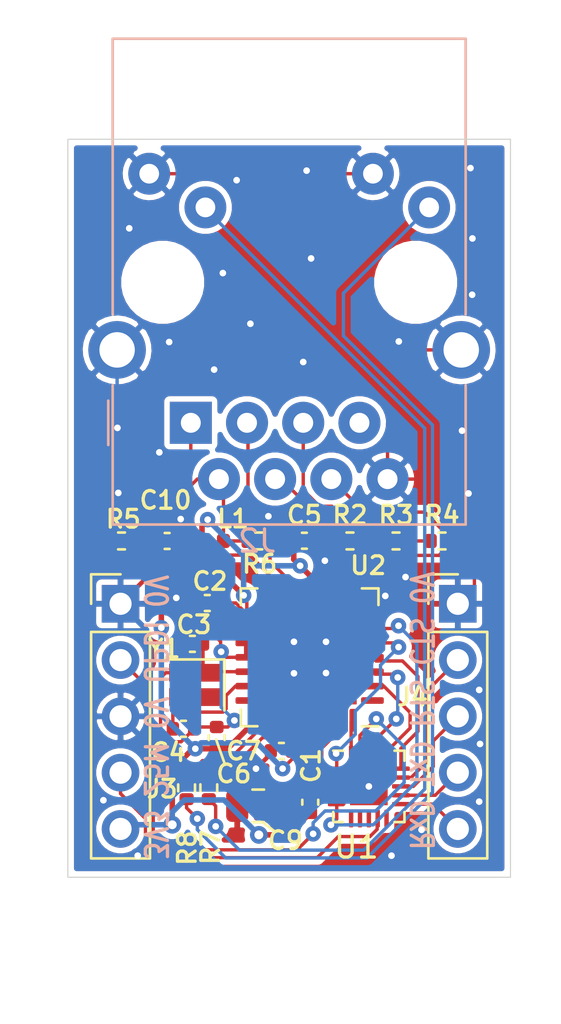
<source format=kicad_pcb>
(kicad_pcb (version 20221018) (generator pcbnew)
  (layers (0 "F.Cu" signal) (31 "B.Cu" signal) (34 "B.Paste" user) (35 "F.Paste" user) (36 "B.SilkS" user "B.Silkscreen") (37 "F.SilkS" user "F.Silkscreen") (38 "B.Mask" user) (39 "F.Mask" user) (44 "Edge.Cuts" user))
  (net 0 "")
  (net 1 "GND")
  (net 2 "+3V3")
  (net 3 "Net-(C3-Pad2)")
  (net 4 "Net-(C4-Pad2)")
  (net 5 "Net-(C9-Pad2)")
  (net 6 "/TCT")
  (net 7 "/UPDI")
  (net 8 "/LEDA")
  (net 9 "Net-(J2-PadL3)")
  (net 10 "/LEDB")
  (net 11 "Net-(J2-PadR7)")
  (net 12 "/Rx-")
  (net 13 "/RCT")
  (net 14 "/Rx+")
  (net 15 "/Tx-")
  (net 16 "/Tx+")
  (net 17 "Net-(R2-Pad2)")
  (net 18 "/SS")
  (net 19 "/MOSI")
  (net 20 "/MISO")
  (net 21 "/SCK")
  (net 22 "/EXT_CTS")
  (net 23 "/EXT_RTS")
  (net 24 "/EXT_TxD")
  (net 25 "/EXT_RxD")
  (net 26 "Net-(U1-Pad10)")
  (net 27 "/EXT_12.5MHz")
  (net 28 "Net-(U1-Pad8)")
  (net 29 "Net-(U1-Pad7)")
  (net 30 "Net-(U1-Pad6)")
  (net 31 "/RESET_ENC")
  (net 32 "/ENC_12.5MHz")
  (net 33 "/INT")
  (net 34 "Net-(U2-Pad1)")
  (net 35 "Net-(U1-Pad18)")
  (net 36 "Net-(J2-PadL1)")
  (footprint "Capacitor_SMD:C_0402_1005Metric" (layer "F.Cu") (at 129.6496 60.925 180)
    (fp_text reference "C2")
    (fp_text value "100n")
  )
  (footprint "Capacitor_SMD:C_0402_1005Metric" (layer "F.Cu") (at 128.5746 66.6 180)
    (fp_text reference "C4")
    (fp_text value "18p")
  )
  (footprint "Capacitor_SMD:C_0402_1005Metric" (layer "F.Cu") (at 134.036992 58.1152)
    (fp_text reference "C5")
    (fp_text value "100n")
  )
  (footprint "Capacitor_SMD:C_0402_1005Metric" (layer "F.Cu") (at 132.9996 67.6 180)
    (fp_text reference "C7")
    (fp_text value "100n")
  )
  (footprint "Resistor_SMD:R_0402_1005Metric" (layer "F.Cu") (at 136.09759 58.125)
    (fp_text reference "R2")
    (fp_text value "2k2 1%")
  )
  (footprint "Resistor_SMD:R_0402_1005Metric" (layer "F.Cu") (at 138.178188 58.125)
    (fp_text reference "R3")
    (fp_text value "49R9 1%")
  )
  (footprint "Resistor_SMD:R_0402_1005Metric" (layer "F.Cu") (at 140.258792 58.125)
    (fp_text reference "R4")
    (fp_text value "49R9 1%")
  )
  (footprint "Resistor_SMD:R_0402_1005Metric" (layer "F.Cu") (at 129.7178 69.2638 90)
    (fp_text reference "R7")
    (fp_text value "180")
  )
  (footprint "Crystal:Crystal_SMD_2016-4Pin_2.0x1.6mm" (layer "F.Cu") (at 129.074967 64.622083 180)
    (fp_text reference "Y1")
    (fp_text value "XRCGB25M000F0L00R0")
  )
  (footprint "Capacitor_SMD:C_0402_1005Metric" (layer "F.Cu") (at 128.976008 62.76792)
    (fp_text reference "C3")
    (fp_text value "18p")
  )
  (footprint "Capacitor_SMD:C_0402_1005Metric" (layer "F.Cu") (at 130.0746 67 90)
    (fp_text reference "C6")
    (fp_text value "100n")
  )
  (footprint "Connector_PinHeader_2.54mm:PinHeader_1x05_P2.54mm_Vertical" (layer "F.Cu") (at 125.73 60.96)
    (fp_text reference "J3")
    (fp_text value "Conn_01x05")
  )
  (footprint "Connector_PinHeader_2.54mm:PinHeader_1x05_P2.54mm_Vertical" (layer "F.Cu") (at 140.97 60.96)
    (fp_text reference "J4")
    (fp_text value "Conn_01x05")
  )
  (footprint "Package_DFN_QFN:VQFN-20-1EP_3x3mm_P0.4mm_EP1.7x1.7mm" (layer "F.Cu") (at 136.9496 69.2)
    (fp_text reference "U1")
    (fp_text value "ATtiny1606-M")
  )
  (footprint "Capacitor_SMD:C_0805_2012Metric" (layer "F.Cu") (at 131.953 70.0786)
    (fp_text reference "C9")
    (fp_text value "10u")
  )
  (footprint "Capacitor_SMD:C_0402_1005Metric" (layer "F.Cu") (at 134.3025 69.9135 90)
    (fp_text reference "C1")
    (fp_text value "100n")
  )
  (footprint "Resistor_SMD:R_0402_1005Metric" (layer "F.Cu") (at 131.976394 58.125 180)
    (fp_text reference "R6")
    (fp_text value "49R9 1%")
  )
  (footprint "Resistor_SMD:R_0402_1005Metric" (layer "F.Cu") (at 125.7746 58.125 180)
    (fp_text reference "R5")
    (fp_text value "49R9 1%")
  )
  (footprint "Inductor_SMD:L_0402_1005Metric" (layer "F.Cu") (at 129.895796 58.125)
    (fp_text reference "L1")
    (fp_text value "Ferrite")
  )
  (footprint "Capacitor_SMD:C_0402_1005Metric" (layer "F.Cu") (at 127.835198 58.125)
    (fp_text reference "C10")
    (fp_text value "100n")
  )
  (footprint "Package_DFN_QFN:QFN-28-1EP_6x6mm_P0.65mm_EP4.25x4.25mm" (layer "F.Cu") (at 134.2746 63.375 180)
    (fp_text reference "U2")
    (fp_text value "ENC28J60x-ML")
  )
  (footprint "Resistor_SMD:R_0402_1005Metric" (layer "F.Cu") (at 128.7145 69.2658 90)
    (fp_text reference "R8")
    (fp_text value "180")
  )
  (footprint "Connector_RJ:RJ45_Amphenol_RJMG1BD3B8K1ANR" (layer "B.Cu") (at 128.905 52.7939)
    (fp_text reference "J2")
    (fp_text value "J1B1211CCD")
  )
  (gr_line (start 132.1435 70.8025) (end 132.6642 71.2089) (stroke (width 0.12)) (layer "F.SilkS"))
  (gr_line (start 130.048 67.0814) (end 130.4544 68.2244) (stroke (width 0.12)) (layer "F.SilkS"))
  (gr_line (start 123.35 73.3) (end 123.35 40) (stroke (width 0.05)) (layer "Edge.Cuts"))
  (gr_line (start 143.35 73.3) (end 123.35 73.3) (stroke (width 0.05)) (layer "Edge.Cuts"))
  (gr_line (start 143.35 40) (end 143.35 73.3) (stroke (width 0.05)) (layer "Edge.Cuts"))
  (gr_line (start 143.35 40) (end 123.35 40) (stroke (width 0.05)) (layer "Edge.Cuts"))
  (gr_text "3V3 25M 0V UPDI 0V" (at 127.3048 66.0781 -90) (layer "B.SilkS") (effects (font (size 1 0.8)) (justify mirror)))
  (gr_text "RxD TxD RTS CTS 0V" (at 139.319 65.786 -90) (layer "B.SilkS") (effects (font (size 1 0.8)) (justify mirror)))
  (segment (start 128.315198 57.269902) (end 128.4478 57.1373) (width 0.1524) (layer "F.Cu") (net 1))
  (segment (start 130.0746 66.52) (end 130.579598 66.52) (width 0.1524) (layer "F.Cu") (net 1))
  (segment (start 128.521683 64.072083) (end 128.374967 64.072083) (width 0.1524) (layer "F.Cu") (net 1))
  (segment (start 133.6246 62.725) (end 134.2746 63.375) (width 0.2) (layer "F.Cu") (net 1))
  (segment (start 129.1696 60.925) (end 128.480177 60.925) (width 0.1524) (layer "F.Cu") (net 1))
  (segment (start 127.53839 66.942402) (end 127.53839 64.30626) (width 0.1524) (layer "F.Cu") (net 1))
  (segment (start 132.3246 60.5375) (end 132.3246 61.425) (width 0.2) (layer "F.Cu") (net 1))
  (segment (start 131.4371 63.375) (end 134.2746 63.375) (width 0.1524) (layer "F.Cu") (net 1))
  (segment (start 132.5196 67.6) (end 132.5196 67.73) (width 0.2) (layer "F.Cu") (net 1))
  (segment (start 134.536 69.2) (end 134.3025 69.4335) (width 0.2) (layer "F.Cu") (net 1))
  (segment (start 135.58759 58.39221) (end 134.9629 59.0169) (width 0.1524) (layer "F.Cu") (net 1))
  (segment (start 130.2512 63.098495) (end 130.27728 63.124575) (width 0.1524) (layer "F.Cu") (net 1))
  (segment (start 128.46839 67.18621) (end 127.782198 67.18621) (width 0.1524) (layer "F.Cu") (net 1))
  (segment (start 128.480177 60.925) (end 128.248477 60.6933) (width 0.1524) (layer "F.Cu") (net 1))
  (segment (start 130.2512 62.8396) (end 130.2512 63.2333) (width 0.1524) (layer "F.Cu") (net 1))
  (segment (start 134.516992 57.834392) (end 133.6929 57.0103) (width 0.2) (layer "F.Cu") (net 1))
  (segment (start 136.2246 61.425) (end 134.2746 63.375) (width 0.2) (layer "F.Cu") (net 1))
  (segment (start 137.795 52.8339) (end 141.125 49.5039) (width 0.1524) (layer "F.Cu") (net 1))
  (segment (start 133.6929 57.0103) (end 132.4102 57.0103) (width 0.2) (layer "F.Cu") (net 1))
  (segment (start 137.4648 72.8345) (end 137.9728 72.3265) (width 0.2) (layer "F.Cu") (net 1))
  (segment (start 127.0127 72.8345) (end 137.4648 72.8345) (width 0.2) (layer "F.Cu") (net 1))
  (segment (start 128.374967 62.888961) (end 128.496008 62.76792) (width 0.1524) (layer "F.Cu") (net 1))
  (segment (start 141.7193 57.4294) (end 139.6238 55.3339) (width 0.1524) (layer "F.Cu") (net 1))
  (segment (start 135.4996 69.2) (end 136.9496 69.2) (width 0.2) (layer "F.Cu") (net 1))
  (segment (start 130.579598 66.52) (end 130.874598 66.225) (width 0.1524) (layer "F.Cu") (net 1))
  (segment (start 127.53839 64.30626) (end 127.772567 64.072083) (width 0.1524) (layer "F.Cu") (net 1))
  (segment (start 127.782198 67.18621) (end 127.53839 66.942402) (width 0.1524) (layer "F.Cu") (net 1))
  (segment (start 129.76841 62.18171) (end 130.2512 62.6645) (width 0.1524) (layer "F.Cu") (net 1))
  (segment (start 135.6487 47.4853) (end 135.6487 43.0402) (width 0.1524) (layer "F.Cu") (net 1))
  (segment (start 129.774967 65.172083) (end 129.621683 65.172083) (width 0.1524) (layer "F.Cu") (net 1))
  (segment (start 139.6238 55.3339) (end 137.795 55.3339) (width 0.1524) (layer "F.Cu") (net 1))
  (segment (start 135.58759 58.125) (end 135.58759 58.39221) (width 0.1524) (layer "F.Cu") (net 1))
  (segment (start 132.3246 60.5375) (end 131.2612 59.4741) (width 0.2) (layer "F.Cu") (net 1))
  (segment (start 137.6673 49.5039) (end 135.6487 47.4853) (width 0.1524) (layer "F.Cu") (net 1))
  (segment (start 140.97 60.96) (end 138.049 60.96) (width 0.1524) (layer "F.Cu") (net 1))
  (segment (start 131.2612 59.4741) (end 127.2159 59.4741) (width 0.2) (layer "F.Cu") (net 1))
  (segment (start 134.516992 58.1152) (end 134.516992 57.834392) (width 0.2) (layer "F.Cu") (net 1))
  (segment (start 129.1346 66.52) (end 129.0546 66.6) (width 0.1524) (layer "F.Cu") (net 1))
  (segment (start 127.772567 64.072083) (end 128.374967 64.072083) (width 0.1524) (layer "F.Cu") (net 1))
  (segment (start 127.2159 59.4741) (end 125.73 60.96) (width 0.2) (layer "F.Cu") (net 1))
  (segment (start 134.9246 66.2125) (end 134.9246 64.025) (width 0.2) (layer "F.Cu") (net 1))
  (segment (start 134.9246 64.025) (end 134.2746 63.375) (width 0.2) (layer "F.Cu") (net 1))
  (segment (start 138.049 60.96) (end 137.6934 60.6044) (width 0.1524) (layer "F.Cu") (net 1))
  (segment (start 130.3929 63.375) (end 131.4371 63.375) (width 0.1524) (layer "F.Cu") (net 1))
  (segment (start 130.0746 66.52) (end 129.1346 66.52) (width 0.1524) (layer "F.Cu") (net 1))
  (segment (start 129.082218 62.18171) (end 129.76841 62.18171) (width 0.1524) (layer "F.Cu") (net 1))
  (segment (start 132.3246 61.425) (end 134.2746 63.375) (width 0.2) (layer "F.Cu") (net 1))
  (segment (start 131.003 70.0786) (end 131.003 69.2466) (width 0.2) (layer "F.Cu") (net 1))
  (segment (start 131.003 69.2466) (end 131.8496 68.4) (width 0.2) (layer "F.Cu") (net 1))
  (segment (start 137.1121 61.425) (end 136.2246 61.425) (width 0.2) (layer "F.Cu") (net 1))
  (segment (start 129.0546 66.6) (end 128.46839 67.18621) (width 0.1524) (layer "F.Cu") (net 1))
  (segment (start 131.4371 62.725) (end 133.6246 62.725) (width 0.2) (layer "F.Cu") (net 1))
  (segment (start 130.2512 62.6645) (end 130.2512 62.8396) (width 0.1524) (layer "F.Cu") (net 1))
  (segment (start 135.6487 43.0402) (end 137.135 41.5539) (width 0.1524) (layer "F.Cu") (net 1))
  (segment (start 129.621683 65.172083) (end 128.521683 64.072083) (width 0.1524) (layer "F.Cu") (net 1))
  (segment (start 128.374967 64.072083) (end 128.374967 62.888961) (width 0.1524) (layer "F.Cu") (net 1))
  (segment (start 127.025 41.5539) (end 137.135 41.5539) (width 0.1524) (layer "F.Cu") (net 1))
  (segment (start 128.315198 58.125) (end 128.315198 57.269902) (width 0.1524) (layer "F.Cu") (net 1))
  (segment (start 141.7193 60.2107) (end 141.7193 57.4294) (width 0.1524) (layer "F.Cu") (net 1))
  (segment (start 141.125 49.5039) (end 137.6673 49.5039) (width 0.1524) (layer "F.Cu") (net 1))
  (segment (start 137.795 55.3339) (end 137.795 52.8339) (width 0.1524) (layer "F.Cu") (net 1))
  (segment (start 128.496008 62.76792) (end 129.082218 62.18171) (width 0.1524) (layer "F.Cu") (net 1))
  (segment (start 130.2512 62.8396) (end 130.2512 63.098495) (width 0.1524) (layer "F.Cu") (net 1))
  (segment (start 135.4996 69.2) (end 134.536 69.2) (width 0.2) (layer "F.Cu") (net 1))
  (segment (start 130.2512 63.2333) (end 130.3929 63.375) (width 0.1524) (layer "F.Cu") (net 1))
  (segment (start 126.5047 72.3265) (end 127.0127 72.8345) (width 0.2) (layer "F.Cu") (net 1))
  (segment (start 140.97 60.96) (end 141.7193 60.2107) (width 0.1524) (layer "F.Cu") (net 1))
  (segment (start 132.5196 67.73) (end 131.8496 68.4) (width 0.2) (layer "F.Cu") (net 1))
  (via (at 125.5903 53.0225) (size 0.7) (drill 0.3) (layers "F.Cu" "B.Cu") (net 1))
  (via (at 127.4826 54.1274) (size 0.7) (drill 0.3) (layers "F.Cu" "B.Cu") (net 1))
  (via (at 127.9271 49.149) (size 0.7) (drill 0.3) (layers "F.Cu" "B.Cu") (net 1))
  (via (at 129.9591 50.3936) (size 0.7) (drill 0.3) (layers "F.Cu" "B.Cu") (net 1))
  (via (at 131.5974 48.3235) (size 0.7) (drill 0.3) (layers "F.Cu" "B.Cu") (net 1))
  (via (at 133.985 50.0507) (size 0.7) (drill 0.3) (layers "F.Cu" "B.Cu") (net 1))
  (via (at 138.303 49.1236) (size 0.7) (drill 0.3) (layers "F.Cu" "B.Cu") (net 1))
  (via (at 141.6177 47.0154) (size 0.7) (drill 0.3) (layers "F.Cu" "B.Cu") (net 1))
  (via (at 141.6304 44.4754) (size 0.7) (drill 0.3) (layers "F.Cu" "B.Cu") (net 1))
  (via (at 141.5415 41.3004) (size 0.7) (drill 0.3) (layers "F.Cu" "B.Cu") (net 1))
  (via (at 134.1374 41.4147) (size 0.7) (drill 0.3) (layers "F.Cu" "B.Cu") (net 1))
  (via (at 134.3406 45.3771) (size 0.7) (drill 0.3) (layers "F.Cu" "B.Cu") (net 1))
  (via (at 130.9751 41.8465) (size 0.7) (drill 0.3) (layers "F.Cu" "B.Cu") (net 1))
  (via (at 126.1237 44.0182) (size 0.7) (drill 0.3) (layers "F.Cu" "B.Cu") (net 1))
  (via (at 130.3528 46.0375) (size 0.7) (drill 0.3) (layers "F.Cu" "B.Cu") (net 1))
  (via (at 141.1605 53.1495) (size 0.7) (drill 0.3) (layers "F.Cu" "B.Cu") (net 1))
  (via (at 132.4102 57.0103) (size 0.7) (drill 0.3) (layers "F.Cu" "B.Cu") (net 1))
  (via (at 124.9553 69.8246) (size 0.7) (drill 0.3) (layers "F.Cu" "B.Cu") (net 1))
  (via (at 135.0137 62.6745) (size 0.7) (drill 0.3) (layers "F.Cu" "B.Cu") (net 1))
  (via (at 133.5659 62.6745) (size 0.7) (drill 0.3) (layers "F.Cu" "B.Cu") (net 1))
  (via (at 133.5659 64.0969) (size 0.7) (drill 0.3) (layers "F.Cu" "B.Cu") (net 1))
  (via (at 135.0137 64.0842) (size 0.7) (drill 0.3) (layers "F.Cu" "B.Cu") (net 1))
  (via (at 138.6078 59.7535) (size 0.7) (drill 0.3) (layers "F.Cu" "B.Cu") (net 1))
  (via (at 141.4526 55.9816) (size 0.7) (drill 0.3) (layers "F.Cu" "B.Cu") (net 1))
  (via (at 141.9352 64.8462) (size 0.7) (drill 0.3) (layers "F.Cu" "B.Cu") (net 1))
  (via (at 141.9352 69.8881) (size 0.7) (drill 0.3) (layers "F.Cu" "B.Cu") (net 1))
  (via (at 139.3317 71.1581) (size 0.7) (drill 0.3) (layers "F.Cu" "B.Cu") (net 1))
  (via (at 128.4478 57.1373) (size 0.7) (drill 0.3) (layers "F.Cu" "B.Cu") (net 1))
  (via (at 126.5047 72.3265) (size 0.7) (drill 0.3) (layers "F.Cu" "B.Cu") (net 1))
  (via (at 134.9629 59.0169) (size 0.7) (drill 0.3) (layers "F.Cu" "B.Cu") (net 1))
  (via (at 128.248477 60.6933) (size 0.7) (drill 0.3) (layers "F.Cu" "B.Cu") (net 1))
  (via (at 141.9733 67.2846) (size 0.7) (drill 0.3) (layers "F.Cu" "B.Cu") (net 1))
  (via (at 131.8496 68.4) (size 0.7) (drill 0.3) (layers "F.Cu" "B.Cu") (net 1))
  (via (at 130.27728 63.124575) (size 0.7) (drill 0.3) (layers "F.Cu" "B.Cu") (net 1))
  (via (at 130.874598 66.225) (size 0.7) (drill 0.3) (layers "F.Cu" "B.Cu") (net 1))
  (via (at 137.9728 72.3265) (size 0.7) (drill 0.3) (layers "F.Cu" "B.Cu") (net 1))
  (via (at 136.9496 69.2) (size 0.7) (drill 0.3) (layers "F.Cu" "B.Cu") (net 1))
  (via (at 125.6284 55.9562) (size 0.7) (drill 0.3) (layers "F.Cu" "B.Cu") (net 1))
  (via (at 137.6934 60.6044) (size 0.7) (drill 0.3) (layers "F.Cu" "B.Cu") (net 1))
  (segment (start 127.3175 60.96) (end 127.5842 60.6933) (width 0.1524) (layer "B.Cu") (net 1))
  (segment (start 125.575 54.2645) (end 125.575 49.5039) (width 0.1524) (layer "B.Cu") (net 1))
  (segment (start 136.7064 69.4432) (end 136.9496 69.2) (width 0.1524) (layer "B.Cu") (net 1))
  (segment (start 134.9629 59.9948) (end 134.9629 59.0169) (width 0.1524) (layer "B.Cu") (net 1))
  (segment (start 126.905001 64.864999) (end 126.905001 62.135001) (width 0.25) (layer "B.Cu") (net 1))
  (segment (start 132.8928 69.4432) (end 136.7064 69.4432) (width 0.1524) (layer "B.Cu") (net 1))
  (segment (start 128.4478 57.1373) (end 128.4478 60.493977) (width 0.1524) (layer "B.Cu") (net 1))
  (segment (start 130.27728 63.124575) (end 130.27728 65.627682) (width 0.1524) (layer "B.Cu") (net 1))
  (segment (start 128.4478 57.1373) (end 125.575 54.2645) (width 0.1524) (layer "B.Cu") (net 1))
  (segment (start 129.6946 68.4) (end 129.3114 68.7832) (width 0.25) (layer "B.Cu") (net 1))
  (segment (start 134.9629 58.2676) (end 134.9629 59.0169) (width 0.1524) (layer "B.Cu") (net 1))
  (segment (start 127.772535 61.415035) (end 136.882765 61.415035) (width 0.1524) (layer "B.Cu") (net 1))
  (segment (start 131.8496 68.4) (end 132.8928 69.4432) (width 0.1524) (layer "B.Cu") (net 1))
  (segment (start 128.4732 68.7832) (end 125.73 66.04) (width 0.25) (layer "B.Cu") (net 1))
  (segment (start 128.4478 60.493977) (end 128.248477 60.6933) (width 0.1524) (layer "B.Cu") (net 1))
  (segment (start 136.882765 61.415035) (end 137.6934 60.6044) (width 0.1524) (layer "B.Cu") (net 1))
  (segment (start 131.8496 68.4) (end 129.6946 68.4) (width 0.25) (layer "B.Cu") (net 1))
  (segment (start 135.5725 60.6044) (end 134.9629 59.9948) (width 0.1524) (layer "B.Cu") (net 1))
  (segment (start 133.9215 57.2262) (end 134.9629 58.2676) (width 0.1524) (layer "B.Cu") (net 1))
  (segment (start 125.73 66.04) (end 126.905001 64.864999) (width 0.25) (layer "B.Cu") (net 1))
  (segment (start 127.5842 60.6933) (end 128.248477 60.6933) (width 0.1524) (layer "B.Cu") (net 1))
  (segment (start 127.3175 60.96) (end 127.772535 61.415035) (width 0.1524) (layer "B.Cu") (net 1))
  (segment (start 126.905001 62.135001) (end 125.73 60.96) (width 0.25) (layer "B.Cu") (net 1))
  (segment (start 137.6934 60.6044) (end 135.5725 60.6044) (width 0.1524) (layer "B.Cu") (net 1))
  (segment (start 125.73 60.96) (end 127.3175 60.96) (width 0.1524) (layer "B.Cu") (net 1))
  (segment (start 130.27728 65.627682) (end 130.874598 66.225) (width 0.1524) (layer "B.Cu") (net 1))
  (segment (start 129.3114 68.7832) (end 128.4732 68.7832) (width 0.25) (layer "B.Cu") (net 1))
  (segment (start 135.4996 69.6) (end 135.034612 69.6) (width 0.1524) (layer "F.Cu") (net 2))
  (segment (start 133.4796 67.972055) (end 133.05399 68.397665) (width 0.1524) (layer "F.Cu") (net 2))
  (segment (start 130.054079 67.500521) (end 130.0746 67.48) (width 0.25) (layer "F.Cu") (net 2))
  (segment (start 134.3025 70.332112) (end 134.3025 70.3935) (width 0.1524) (layer "F.Cu") (net 2))
  (segment (start 134.2746 60.5375) (end 134.2746 59.6748) (width 0.25) (layer "F.Cu") (net 2))
  (segment (start 133.4796 67.6) (end 133.4796 67.972055) (width 0.1524) (layer "F.Cu") (net 2))
  (segment (start 133.6246 66.2125) (end 133.6246 67.455) (width 0.1524) (layer "F.Cu") (net 2))
  (segment (start 131.4371 60.7235) (end 131.2926 60.579) (width 0.1524) (layer "F.Cu") (net 2))
  (segment (start 131.4371 61.425) (end 131.3246 61.425) (width 0.1524) (layer "F.Cu") (net 2))
  (segment (start 133.556992 58.1152) (end 133.556992 58.957192) (width 0.25) (layer "F.Cu") (net 2))
  (segment (start 127.573467 62.041236) (end 127.573467 60.272233) (width 0.25) (layer "F.Cu") (net 2))
  (segment (start 134.3025 70.3935) (end 133.309221 71.386779) (width 0.25) (layer "F.Cu") (net 2))
  (segment (start 129.410796 58.125) (end 129.410796 57.418904) (width 0.25) (layer "F.Cu") (net 2))
  (segment (start 129.10978 67.500521) (end 130.054079 67.500521) (width 0.25) (layer "F.Cu") (net 2))
  (segment (start 128.0668 68.432946) (end 128.0668 70.9295) (width 0.25) (layer "F.Cu") (net 2))
  (segment (start 133.309221 71.386779) (end 132.544085 71.386779) (width 0.25) (layer "F.Cu") (net 2))
  (segment (start 128.999225 67.500521) (end 128.0668 68.432946) (width 0.25) (layer "F.Cu") (net 2))
  (segment (start 131.4371 61.425) (end 131.4371 60.7235) (width 0.1524) (layer "F.Cu") (net 2))
  (segment (start 130.581302 67.48) (end 131.84959 66.211714) (width 0.25) (layer "F.Cu") (net 2))
  (segment (start 131.84959 65.784992) (end 131.824599 65.760001) (width 0.25) (layer "F.Cu") (net 2))
  (segment (start 129.10978 67.500521) (end 128.999225 67.500521) (width 0.25) (layer "F.Cu") (net 2))
  (segment (start 135.034612 69.6) (end 134.3025 70.332112) (width 0.1524) (layer "F.Cu") (net 2))
  (segment (start 130.9371 60.925) (end 130.1296 60.925) (width 0.1524) (layer "F.Cu") (net 2))
  (segment (start 132.544085 71.386779) (end 131.9784 71.386779) (width 0.25) (layer "F.Cu") (net 2))
  (segment (start 131.4371 62.075) (end 131.4371 61.425) (width 0.1524) (layer "F.Cu") (net 2))
  (segment (start 131.84959 66.211714) (end 131.84959 65.784992) (width 0.25) (layer "F.Cu") (net 2))
  (segment (start 130.0746 67.48) (end 130.581302 67.48) (width 0.25) (layer "F.Cu") (net 2))
  (segment (start 134.2746 59.6748) (end 133.8453 59.2455) (width 0.25) (layer "F.Cu") (net 2))
  (segment (start 130.7084 59.9948) (end 131.2926 60.579) (width 0.25) (layer "F.Cu") (net 2))
  (segment (start 133.6246 67.455) (end 133.4796 67.6) (width 0.1524) (layer "F.Cu") (net 2))
  (segment (start 127.8509 59.9948) (end 130.7084 59.9948) (width 0.25) (layer "F.Cu") (net 2))
  (segment (start 127.573467 60.272233) (end 127.8509 59.9948) (width 0.25) (layer "F.Cu") (net 2))
  (segment (start 129.410796 57.418904) (end 129.667 57.1627) (width 0.25) (layer "F.Cu") (net 2))
  (segment (start 133.556992 58.957192) (end 133.8453 59.2455) (width 0.25) (layer "F.Cu") (net 2))
  (segment (start 131.824599 65.760001) (end 131.824599 65.325) (width 0.25) (layer "F.Cu") (net 2))
  (segment (start 131.4371 61.425) (end 130.9371 60.925) (width 0.1524) (layer "F.Cu") (net 2))
  (via (at 129.667 57.1627) (size 0.7) (drill 0.3) (layers "F.Cu" "B.Cu") (net 2))
  (via (at 133.05399 68.397665) (size 0.7) (drill 0.3) (layers "F.Cu" "B.Cu") (net 2))
  (via (at 133.8453 59.2455) (size 0.7) (drill 0.3) (layers "F.Cu" "B.Cu") (net 2))
  (via (at 127.573467 62.041236) (size 0.7) (drill 0.3) (layers "F.Cu" "B.Cu") (net 2))
  (via (at 129.10978 67.500521) (size 0.7) (drill 0.3) (layers "F.Cu" "B.Cu") (net 2))
  (via (at 128.0668 70.9295) (size 0.8) (drill 0.4) (layers "F.Cu" "B.Cu") (net 2))
  (via (at 131.2926 60.579) (size 0.7) (drill 0.3) (layers "F.Cu" "B.Cu") (net 2))
  (via (at 131.9784 71.386779) (size 0.8) (drill 0.4) (layers "F.Cu" "B.Cu") (net 2))
  (segment (start 133.05399 68.397665) (end 131.890125 67.2338) (width 0.25) (layer "B.Cu") (net 2))
  (segment (start 130.403521 69.8119) (end 131.9784 71.386779) (width 0.25) (layer "B.Cu") (net 2))
  (segment (start 128.0668 70.9295) (end 125.9205 70.9295) (width 0.25) (layer "B.Cu") (net 2))
  (segment (start 125.9205 70.9295) (end 125.73 71.12) (width 0.25) (layer "B.Cu") (net 2))
  (segment (start 131.890125 67.2338) (end 129.376501 67.2338) (width 0.25) (layer "B.Cu") (net 2))
  (segment (start 127.573467 62.041236) (end 127.573467 65.964208) (width 0.25) (layer "B.Cu") (net 2))
  (segment (start 128.0668 70.9295) (end 128.0668 70.363815) (width 0.25) (layer "B.Cu") (net 2))
  (segment (start 131.2926 58.7883) (end 129.667 57.1627) (width 0.25) (layer "B.Cu") (net 2))
  (segment (start 129.376501 67.2338) (end 129.10978 67.500521) (width 0.25) (layer "B.Cu") (net 2))
  (segment (start 127.573467 65.964208) (end 129.10978 67.500521) (width 0.25) (layer "B.Cu") (net 2))
  (segment (start 133.8453 59.2455) (end 131.7498 59.2455) (width 0.25) (layer "B.Cu") (net 2))
  (segment (start 131.7498 59.2455) (end 131.2926 58.7883) (width 0.25) (layer "B.Cu") (net 2))
  (segment (start 128.618715 69.8119) (end 130.403521 69.8119) (width 0.25) (layer "B.Cu") (net 2))
  (segment (start 131.2926 60.579) (end 131.2926 58.7883) (width 0.25) (layer "B.Cu") (net 2))
  (segment (start 128.0668 70.363815) (end 128.618715 69.8119) (width 0.25) (layer "B.Cu") (net 2))
  (segment (start 129.774967 64.072083) (end 129.456008 63.753124) (width 0.1524) (layer "F.Cu") (net 3))
  (segment (start 129.82205 64.025) (end 129.774967 64.072083) (width 0.1524) (layer "F.Cu") (net 3))
  (segment (start 129.456008 63.753124) (end 129.456008 62.76792) (width 0.1524) (layer "F.Cu") (net 3))
  (segment (start 131.4371 64.025) (end 129.82205 64.025) (width 0.1524) (layer "F.Cu") (net 3))
  (segment (start 130.501168 65.098432) (end 130.501168 65.696652) (width 0.1524) (layer "F.Cu") (net 4))
  (segment (start 128.0946 65.45245) (end 128.374967 65.172083) (width 0.1524) (layer "F.Cu") (net 4))
  (segment (start 130.501168 65.696652) (end 130.349536 65.848284) (width 0.1524) (layer "F.Cu") (net 4))
  (segment (start 128.0946 66.6) (end 128.0946 65.45245) (width 0.1524) (layer "F.Cu") (net 4))
  (segment (start 130.9246 64.675) (end 130.501168 65.098432) (width 0.1524) (layer "F.Cu") (net 4))
  (segment (start 130.349536 65.848284) (end 129.051168 65.848284) (width 0.1524) (layer "F.Cu") (net 4))
  (segment (start 131.4371 64.675) (end 130.9246 64.675) (width 0.1524) (layer "F.Cu") (net 4))
  (segment (start 129.051168 65.848284) (end 128.374967 65.172083) (width 0.1524) (layer "F.Cu") (net 4))
  (segment (start 132.903 70.0786) (end 133.6802 69.3014) (width 0.1524) (layer "F.Cu") (net 5))
  (segment (start 134.2746 68.1126) (end 134.2746 66.2125) (width 0.1524) (layer "F.Cu") (net 5))
  (segment (start 133.6802 69.3014) (end 133.6802 68.707) (width 0.1524) (layer "F.Cu") (net 5))
  (segment (start 133.6802 68.707) (end 134.2746 68.1126) (width 0.1524) (layer "F.Cu") (net 5))
  (segment (start 127.355198 57.175802) (end 129.1971 55.3339) (width 0.1524) (layer "F.Cu") (net 6))
  (segment (start 127.355198 58.125) (end 127.355198 57.175802) (width 0.1524) (layer "F.Cu") (net 6))
  (segment (start 130.380796 58.125) (end 130.380796 55.539696) (width 0.1524) (layer "F.Cu") (net 6))
  (segment (start 126.2846 58.125) (end 127.355198 58.125) (width 0.1524) (layer "F.Cu") (net 6))
  (segment (start 131.466394 58.125) (end 130.380796 58.125) (width 0.1524) (layer "F.Cu") (net 6))
  (segment (start 130.380796 55.539696) (end 130.175 55.3339) (width 0.1524) (layer "F.Cu") (net 6))
  (segment (start 129.1971 55.3339) (end 130.175 55.3339) (width 0.1524) (layer "F.Cu") (net 6))
  (segment (start 128.034973 72.062989) (end 133.709658 72.062989) (width 0.1524) (layer "F.Cu") (net 7))
  (segment (start 136.5496 66.896688) (end 137.287 66.159288) (width 0.1524) (layer "F.Cu") (net 7))
  (segment (start 125.73 63.5) (end 126.9492 64.7192) (width 0.1524) (layer "F.Cu") (net 7))
  (segment (start 136.5496 67.75) (end 136.5496 66.896688) (width 0.1524) (layer "F.Cu") (net 7))
  (segment (start 127.208612 71.236628) (end 128.034973 72.062989) (width 0.1524) (layer "F.Cu") (net 7))
  (segment (start 127.208611 70.433449) (end 127.208612 71.236628) (width 0.1524) (layer "F.Cu") (net 7))
  (segment (start 126.9492 64.7192) (end 126.9492 70.174038) (width 0.1524) (layer "F.Cu") (net 7))
  (segment (start 133.709658 72.062989) (end 134.432693 71.339954) (width 0.1524) (layer "F.Cu") (net 7))
  (segment (start 126.9492 70.174038) (end 127.208611 70.433449) (width 0.1524) (layer "F.Cu") (net 7))
  (segment (start 137.287 66.159288) (end 137.287 66.1543) (width 0.1524) (layer "F.Cu") (net 7))
  (via (at 134.432693 71.339954) (size 0.7) (drill 0.3) (layers "F.Cu" "B.Cu") (net 7))
  (via (at 137.287 66.1543) (size 0.7) (drill 0.3) (layers "F.Cu" "B.Cu") (net 7))
  (segment (start 134.432693 70.84498) (end 134.432693 71.339954) (width 0.1524) (layer "B.Cu") (net 7))
  (segment (start 137.260385 70.308415) (end 134.969258 70.308415) (width 0.1524) (layer "B.Cu") (net 7))
  (segment (start 138.5443 69.0245) (end 137.260385 70.308415) (width 0.1524) (layer "B.Cu") (net 7))
  (segment (start 134.969258 70.308415) (end 134.432693 70.84498) (width 0.1524) (layer "B.Cu") (net 7))
  (segment (start 138.5443 67.4116) (end 138.5443 69.0245) (width 0.1524) (layer "B.Cu") (net 7))
  (segment (start 137.287 66.1543) (end 138.5443 67.4116) (width 0.1524) (layer "B.Cu") (net 7))
  (segment (start 132.9746 66.2125) (end 132.9746 66.725) (width 0.1524) (layer "F.Cu") (net 8))
  (segment (start 130.757368 68.38862) (end 130.08298 68.38862) (width 0.1524) (layer "F.Cu") (net 8))
  (segment (start 130.08298 68.38862) (end 129.7178 68.7538) (width 0.1524) (layer "F.Cu") (net 8))
  (segment (start 132.69839 67.00121) (end 132.144778 67.00121) (width 0.1524) (layer "F.Cu") (net 8))
  (segment (start 132.144778 67.00121) (end 130.757368 68.38862) (width 0.1524) (layer "F.Cu") (net 8))
  (segment (start 132.9746 66.725) (end 132.69839 67.00121) (width 0.1524) (layer "F.Cu") (net 8))
  (segment (start 130.028539 70.084539) (end 130.028539 71.003548) (width 0.1524) (layer "F.Cu") (net 9))
  (segment (start 129.7178 69.7738) (end 130.028539 70.084539) (width 0.1524) (layer "F.Cu") (net 9))
  (via (at 130.028539 71.003548) (size 0.7) (drill 0.3) (layers "F.Cu" "B.Cu") (net 9))
  (segment (start 139.474589 69.323027) (end 136.722014 72.075602) (width 0.1524) (layer "B.Cu") (net 9))
  (segment (start 139.474589 53.041473) (end 139.474589 69.323027) (width 0.1524) (layer "B.Cu") (net 9))
  (segment (start 136.722014 72.075602) (end 131.100593 72.075602) (width 0.1524) (layer "B.Cu") (net 9))
  (segment (start 129.565 43.0739) (end 129.565 43.131884) (width 0.1524) (layer "B.Cu") (net 9))
  (segment (start 129.565 43.131884) (end 139.474589 53.041473) (width 0.1524) (layer "B.Cu") (net 9))
  (segment (start 131.100593 72.075602) (end 130.028539 71.003548) (width 0.1524) (layer "B.Cu") (net 9))
  (segment (start 130.59249 68.03621) (end 129.43409 68.03621) (width 0.1524) (layer "F.Cu") (net 10))
  (segment (start 129.43409 68.03621) (end 128.7145 68.7558) (width 0.1524) (layer "F.Cu") (net 10))
  (segment (start 132.3246 66.2125) (end 132.3246 66.3041) (width 0.1524) (layer "F.Cu") (net 10))
  (segment (start 132.3246 66.3041) (end 130.59249 68.03621) (width 0.1524) (layer "F.Cu") (net 10))
  (segment (start 136.745068 56.823968) (end 135.255 55.3339) (width 0.1524) (layer "F.Cu") (net 12))
  (segment (start 140.118192 58.7756) (end 140.768792 58.125) (width 0.1524) (layer "F.Cu") (net 12))
  (segment (start 136.2246 60.5375) (end 136.7038 60.0583) (width 0.1524) (layer "F.Cu") (net 12))
  (segment (start 136.7038 60.0583) (end 137.3251 60.0583) (width 0.1524) (layer "F.Cu") (net 12))
  (segment (start 139.46776 56.823968) (end 136.745068 56.823968) (width 0.1524) (layer "F.Cu") (net 12))
  (segment (start 140.768792 58.125) (end 139.46776 56.823968) (width 0.1524) (layer "F.Cu") (net 12))
  (segment (start 137.3251 60.0583) (end 138.6078 58.7756) (width 0.1524) (layer "F.Cu") (net 12))
  (segment (start 138.6078 58.7756) (end 140.118192 58.7756) (width 0.1524) (layer "F.Cu") (net 12))
  (segment (start 135.894014 57.176379) (end 135.277736 56.560101) (width 0.1524) (layer "F.Cu") (net 13))
  (segment (start 139.748792 58.125) (end 138.688188 58.125) (width 0.1524) (layer "F.Cu") (net 13))
  (segment (start 138.688188 58.125) (end 137.739567 57.176379) (width 0.1524) (layer "F.Cu") (net 13))
  (segment (start 133.985 55.826436) (end 133.985 52.7939) (width 0.1524) (layer "F.Cu") (net 13))
  (segment (start 134.718665 56.560101) (end 133.985 55.826436) (width 0.1524) (layer "F.Cu") (net 13))
  (segment (start 135.277736 56.560101) (end 134.718665 56.560101) (width 0.1524) (layer "F.Cu") (net 13))
  (segment (start 137.739567 57.176379) (end 135.894014 57.176379) (width 0.1524) (layer "F.Cu") (net 13))
  (segment (start 135.184739 57.52879) (end 132.989849 55.3339) (width 0.1524) (layer "F.Cu") (net 14))
  (segment (start 137.668188 58.125) (end 137.071978 57.52879) (width 0.1524) (layer "F.Cu") (net 14))
  (segment (start 135.5746 60.025) (end 135.935 59.6646) (width 0.1524) (layer "F.Cu") (net 14))
  (segment (start 135.935 59.6646) (end 136.8298 59.6646) (width 0.1524) (layer "F.Cu") (net 14))
  (segment (start 137.668188 58.826212) (end 137.668188 58.125) (width 0.1524) (layer "F.Cu") (net 14))
  (segment (start 136.8298 59.6646) (end 137.668188 58.826212) (width 0.1524) (layer "F.Cu") (net 14))
  (segment (start 132.989849 55.3339) (end 132.715 55.3339) (width 0.1524) (layer "F.Cu") (net 14))
  (segment (start 137.071978 57.52879) (end 135.184739 57.52879) (width 0.1524) (layer "F.Cu") (net 14))
  (segment (start 135.5746 60.5375) (end 135.5746 60.025) (width 0.1524) (layer "F.Cu") (net 14))
  (segment (start 131.488799 52.837699) (end 131.445 52.7939) (width 0.1524) (layer "F.Cu") (net 15))
  (segment (start 131.488799 57.127405) (end 131.488799 52.837699) (width 0.1524) (layer "F.Cu") (net 15))
  (segment (start 132.486394 58.125) (end 131.488799 57.127405) (width 0.1524) (layer "F.Cu") (net 15))
  (segment (start 132.486394 59.040106) (end 133.6246 60.178312) (width 0.1524) (layer "F.Cu") (net 15))
  (segment (start 132.486394 58.125) (end 132.486394 59.040106) (width 0.1524) (layer "F.Cu") (net 15))
  (segment (start 133.6246 60.178312) (end 133.6246 60.5375) (width 0.1524) (layer "F.Cu") (net 15))
  (segment (start 128.905 54.3306) (end 128.905 52.7939) (width 0.1524) (layer "F.Cu") (net 16))
  (segment (start 131.559188 58.7629) (end 125.9025 58.7629) (width 0.1524) (layer "F.Cu") (net 16))
  (segment (start 132.9746 60.5375) (end 132.9746 60.178312) (width 0.1524) (layer "F.Cu") (net 16))
  (segment (start 125.9025 58.7629) (end 125.2646 58.125) (width 0.1524) (layer "F.Cu") (net 16))
  (segment (start 125.2646 57.971) (end 128.905 54.3306) (width 0.1524) (layer "F.Cu") (net 16))
  (segment (start 125.2646 58.125) (end 125.2646 57.971) (width 0.1524) (layer "F.Cu") (net 16))
  (segment (start 132.9746 60.178312) (end 131.559188 58.7629) (width 0.1524) (layer "F.Cu") (net 16))
  (segment (start 134.9246 60.5375) (end 134.9246 60.025) (width 0.1524) (layer "F.Cu") (net 17))
  (segment (start 134.9246 60.025) (end 135.7168 59.2328) (width 0.1524) (layer "F.Cu") (net 17))
  (segment (start 136.60759 58.79461) (end 136.60759 58.125) (width 0.1524) (layer "F.Cu") (net 17))
  (segment (start 135.7168 59.2328) (end 136.1694 59.2328) (width 0.1524) (layer "F.Cu") (net 17))
  (segment (start 136.1694 59.2328) (end 136.60759 58.79461) (width 0.1524) (layer "F.Cu") (net 17))
  (segment (start 135.4996 67.7451) (end 135.4709 67.7164) (width 0.1524) (layer "F.Cu") (net 18))
  (segment (start 135.4996 68.4) (end 135.4996 67.7451) (width 0.1524) (layer "F.Cu") (net 18))
  (segment (start 137.1121 62.725) (end 138.102675 62.725) (width 0.1524) (layer "F.Cu") (net 18))
  (segment (start 138.102675 62.725) (end 138.291716 62.914041) (width 0.1524) (layer "F.Cu") (net 18))
  (via (at 135.4709 67.7164) (size 0.7) (drill 0.3) (layers "F.Cu" "B.Cu") (net 18))
  (via (at 138.291716 62.914041) (size 0.7) (drill 0.3) (layers "F.Cu" "B.Cu") (net 18))
  (segment (start 135.4709 67.7164) (end 136.3345 66.8528) (width 0.1524) (layer "B.Cu") (net 18))
  (segment (start 136.3345 66.8528) (end 136.3345 65.8114) (width 0.1524) (layer "B.Cu") (net 18))
  (segment (start 137.4775 64.6684) (end 137.4775 63.728257) (width 0.1524) (layer "B.Cu") (net 18))
  (segment (start 137.4775 63.728257) (end 138.291716 62.914041) (width 0.1524) (layer "B.Cu") (net 18))
  (segment (start 136.3345 65.8114) (end 137.4775 64.6684) (width 0.1524) (layer "B.Cu") (net 18))
  (segment (start 137.3496 66.9934) (end 138.1887 66.1543) (width 0.1524) (layer "F.Cu") (net 19))
  (segment (start 137.2235 64.135) (end 138.106438 64.135) (width 0.1524) (layer "F.Cu") (net 19))
  (segment (start 137.3496 67.75) (end 137.3496 66.9934) (width 0.1524) (layer "F.Cu") (net 19))
  (segment (start 138.106438 64.135) (end 138.255519 64.284081) (width 0.1524) (layer "F.Cu") (net 19))
  (via (at 138.255519 64.284081) (size 0.7) (drill 0.3) (layers "F.Cu" "B.Cu") (net 19))
  (via (at 138.1887 66.1543) (size 0.7) (drill 0.3) (layers "F.Cu" "B.Cu") (net 19))
  (segment (start 138.255519 66.087481) (end 138.1887 66.1543) (width 0.1524) (layer "B.Cu") (net 19))
  (segment (start 138.255519 64.284081) (end 138.255519 66.087481) (width 0.1524) (layer "B.Cu") (net 19))
  (segment (start 137.7496 67.75) (end 137.7496 67.63448) (width 0.1524) (layer "F.Cu") (net 20))
  (segment (start 138.814902 65.865302) (end 137.6246 64.675) (width 0.1524) (layer "F.Cu") (net 20))
  (segment (start 137.6246 64.675) (end 137.1121 64.675) (width 0.1524) (layer "F.Cu") (net 20))
  (segment (start 138.814902 66.569178) (end 138.814902 65.865302) (width 0.1524) (layer "F.Cu") (net 20))
  (segment (start 137.7496 67.63448) (end 138.814902 66.569178) (width 0.1524) (layer "F.Cu") (net 20))
  (segment (start 139.167313 66.715151) (end 139.167313 64.237635) (width 0.1524) (layer "F.Cu") (net 21))
  (segment (start 138.3996 68.4) (end 138.3996 67.482864) (width 0.1524) (layer "F.Cu") (net 21))
  (segment (start 138.3996 67.482864) (end 139.167313 66.715151) (width 0.1524) (layer "F.Cu") (net 21))
  (segment (start 139.167313 64.237635) (end 138.469921 63.540243) (width 0.1524) (layer "F.Cu") (net 21))
  (segment (start 138.469921 63.540243) (end 137.277343 63.540243) (width 0.1524) (layer "F.Cu") (net 21))
  (segment (start 137.277343 63.540243) (end 137.1121 63.375) (width 0.1524) (layer "F.Cu") (net 21))
  (segment (start 139.507023 66.873825) (end 139.519723 66.861123) (width 0.1524) (layer "F.Cu") (net 22))
  (segment (start 139.519723 66.861123) (end 139.519723 64.950277) (width 0.1524) (layer "F.Cu") (net 22))
  (segment (start 138.3996 68.8) (end 138.860932 68.8) (width 0.1524) (layer "F.Cu") (net 22))
  (segment (start 139.507023 68.153909) (end 139.507023 66.873825) (width 0.1524) (layer "F.Cu") (net 22))
  (segment (start 139.519723 64.950277) (end 140.97 63.5) (width 0.1524) (layer "F.Cu") (net 22))
  (segment (start 138.860932 68.8) (end 139.507023 68.153909) (width 0.1524) (layer "F.Cu") (net 22))
  (segment (start 139.859432 67.150565) (end 140.97 66.04) (width 0.1524) (layer "F.Cu") (net 23))
  (segment (start 138.959316 69.2) (end 139.859432 68.299884) (width 0.1524) (layer "F.Cu") (net 23))
  (segment (start 139.859432 68.299884) (end 139.859432 67.150565) (width 0.1524) (layer "F.Cu") (net 23))
  (segment (start 138.3996 69.2) (end 138.959316 69.2) (width 0.1524) (layer "F.Cu") (net 23))
  (segment (start 138.3996 69.6) (end 139.95 69.6) (width 0.1524) (layer "F.Cu") (net 24))
  (segment (start 139.95 69.6) (end 140.97 68.58) (width 0.1524) (layer "F.Cu") (net 24))
  (segment (start 138.3996 70) (end 139.85 70) (width 0.1524) (layer "F.Cu") (net 25))
  (segment (start 139.85 70) (end 140.97 71.12) (width 0.1524) (layer "F.Cu") (net 25))
  (segment (start 126.856201 70.652169) (end 125.73 69.525968) (width 0.1524) (layer "F.Cu") (net 27))
  (segment (start 127.635 72.4154) (end 126.856201 71.636601) (width 0.1524) (layer "F.Cu") (net 27))
  (segment (start 137.32581 71.135122) (end 136.998032 71.4629) (width 0.1524) (layer "F.Cu") (net 27))
  (segment (start 135.5725 71.4629) (end 134.62 72.4154) (width 0.1524) (layer "F.Cu") (net 27))
  (segment (start 126.856201 71.636601) (end 126.856201 70.652169) (width 0.1524) (layer "F.Cu") (net 27))
  (segment (start 136.998032 71.4629) (end 135.5725 71.4629) (width 0.1524) (layer "F.Cu") (net 27))
  (segment (start 137.3496 70.65) (end 137.32581 70.65) (width 0.1524) (layer "F.Cu") (net 27))
  (segment (start 125.73 69.525968) (end 125.73 68.58) (width 0.1524) (layer "F.Cu") (net 27))
  (segment (start 134.62 72.4154) (end 127.635 72.4154) (width 0.1524) (layer "F.Cu") (net 27))
  (segment (start 137.32581 70.65) (end 137.32581 71.135122) (width 0.1524) (layer "F.Cu") (net 27))
  (segment (start 135.4996 70.671278) (end 135.236262 70.934616) (width 0.1524) (layer "F.Cu") (net 31))
  (segment (start 135.4996 70) (end 135.4996 70.671278) (width 0.1524) (layer "F.Cu") (net 31))
  (segment (start 137.1121 62.075) (end 138.1659 62.075) (width 0.1524) (layer "F.Cu") (net 31))
  (segment (start 138.1659 62.075) (end 138.2903 61.9506) (width 0.1524) (layer "F.Cu") (net 31))
  (via (at 135.236262 70.934616) (size 0.7) (drill 0.3) (layers "F.Cu" "B.Cu") (net 31))
  (via (at 138.2903 61.9506) (size 0.7) (drill 0.3) (layers "F.Cu" "B.Cu") (net 31))
  (segment (start 139.122178 68.961004) (end 137.148566 70.934616) (width 0.1524) (layer "B.Cu") (net 31))
  (segment (start 137.148566 70.934616) (end 135.236262 70.934616) (width 0.1524) (layer "B.Cu") (net 31))
  (segment (start 138.2903 61.9506) (end 139.122178 62.782478) (width 0.1524) (layer "B.Cu") (net 31))
  (segment (start 139.122178 62.782478) (end 139.122178 68.961004) (width 0.1524) (layer "B.Cu") (net 31))
  (segment (start 135.5746 66.2125) (end 135.5746 66.725) (width 0.1524) (layer "F.Cu") (net 32))
  (segment (start 135.5746 66.725) (end 134.82339 67.47621) (width 0.1524) (layer "F.Cu") (net 32))
  (segment (start 134.82339 68.585122) (end 135.038268 68.8) (width 0.1524) (layer "F.Cu") (net 32))
  (segment (start 134.82339 67.47621) (end 134.82339 68.585122) (width 0.1524) (layer "F.Cu") (net 32))
  (segment (start 135.038268 68.8) (end 135.4996 68.8) (width 0.1524) (layer "F.Cu") (net 32))
  (segment (start 136.1496 66.2875) (end 136.2246 66.2125) (width 0.1524) (layer "F.Cu") (net 33))
  (segment (start 136.1496 67.75) (end 136.1496 66.2875) (width 0.1524) (layer "F.Cu") (net 33))
  (segment (start 128.7145 70.169894) (end 129.19901 70.654404) (width 0.1524) (layer "F.Cu") (net 36))
  (segment (start 128.7145 69.7758) (end 128.7145 70.169894) (width 0.1524) (layer "F.Cu") (net 36))
  (via (at 129.19901 70.654404) (size 0.7) (drill 0.3) (layers "F.Cu" "B.Cu") (net 36))
  (segment (start 139.826999 69.469001) (end 136.867988 72.428012) (width 0.1524) (layer "B.Cu") (net 36))
  (segment (start 139.827 52.8955) (end 139.826999 69.469001) (width 0.1524) (layer "B.Cu") (net 36))
  (segment (start 135.8011 48.8696) (end 139.827 52.8955) (width 0.1524) (layer "B.Cu") (net 36))
  (segment (start 130.477644 72.428012) (end 129.19901 71.149378) (width 0.1524) (layer "B.Cu") (net 36))
  (segment (start 135.8011 46.9478) (end 135.8011 48.8696) (width 0.1524) (layer "B.Cu") (net 36))
  (segment (start 129.19901 71.149378) (end 129.19901 70.654404) (width 0.1524) (layer "B.Cu") (net 36))
  (segment (start 139.675 43.0739) (end 135.8011 46.9478) (width 0.1524) (layer "B.Cu") (net 36))
  (segment (start 136.867988 72.428012) (end 130.477644 72.428012) (width 0.1524) (layer "B.Cu") (net 36))
  (zone (net 1) (net_name "GND") (layer "F.Cu") (connect_pads (clearance 0.25)) (min_thickness 0.25) (fill yes (thermal_gap 0.25) (thermal_bridge_width 0.26))
    (polygon (pts (xy 143.4338 79.9369) (xy 122.7588 79.9369) (xy 122.7588 38.0619) (xy 143.4338 38.0619)))
  )
  (zone (net 0) (net_name "") (layer "F.Cu") (connect_pads (clearance 0)) (min_thickness 0.25)
    (keepout (tracks allowed) (vias allowed) (pads allowed) (copperpour not_allowed) (footprints allowed))
    (fill (thermal_gap 0.25) (thermal_bridge_width 0.26))
    (polygon (pts (xy 130.7211 61.2902) (xy 130.6957 63.2079) (xy 131.3942 66.421) (xy 130.3782 66.929) (xy 128.8669 66.9544) (xy 128.4224 67.3735) (xy 127.7366 67.3862) (xy 127.1143 67.0306) (xy 127.1143 64.135) (xy 127.3302 63.68415) (xy 127.3302 63.03645) (xy 128.0287 61.9252) (xy 130.0607 61.9252)))
  )
  (zone (net 1) (net_name "GND") (layer "B.Cu") (connect_pads (clearance 0.25)) (min_thickness 0.25) (fill yes (thermal_gap 0.25) (thermal_bridge_width 0.26))
    (polygon (pts (xy 143.4338 79.943543) (xy 122.7588 79.943543) (xy 122.7588 38.068543) (xy 143.4338 38.068543)))
  )
  (zone (net 0) (net_name "") (layer "B.Cu") (connect_pads (clearance 0)) (min_thickness 0.254)
    (keepout (tracks allowed) (vias allowed) (pads allowed) (copperpour not_allowed) (footprints allowed))
    (fill (thermal_gap 0.508) (thermal_bridge_width 0.508))
    (polygon (pts (xy 131.4704 66.8147) (xy 129.3749 66.802) (xy 129.3749 62.611) (xy 131.4704 62.6237)))
  )
)
</source>
